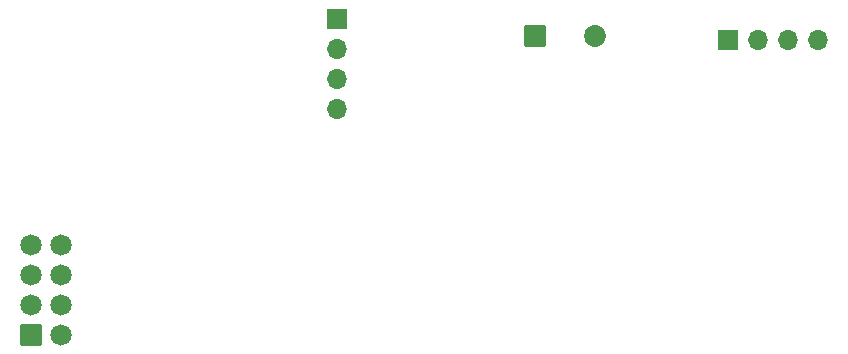
<source format=gbr>
%TF.GenerationSoftware,KiCad,Pcbnew,8.0.0*%
%TF.CreationDate,2025-02-17T23:06:34+05:30*%
%TF.ProjectId,Remote_motorcycle,52656d6f-7465-45f6-9d6f-746f72637963,rev?*%
%TF.SameCoordinates,Original*%
%TF.FileFunction,Soldermask,Bot*%
%TF.FilePolarity,Negative*%
%FSLAX46Y46*%
G04 Gerber Fmt 4.6, Leading zero omitted, Abs format (unit mm)*
G04 Created by KiCad (PCBNEW 8.0.0) date 2025-02-17 23:06:34*
%MOMM*%
%LPD*%
G01*
G04 APERTURE LIST*
G04 Aperture macros list*
%AMRoundRect*
0 Rectangle with rounded corners*
0 $1 Rounding radius*
0 $2 $3 $4 $5 $6 $7 $8 $9 X,Y pos of 4 corners*
0 Add a 4 corners polygon primitive as box body*
4,1,4,$2,$3,$4,$5,$6,$7,$8,$9,$2,$3,0*
0 Add four circle primitives for the rounded corners*
1,1,$1+$1,$2,$3*
1,1,$1+$1,$4,$5*
1,1,$1+$1,$6,$7*
1,1,$1+$1,$8,$9*
0 Add four rect primitives between the rounded corners*
20,1,$1+$1,$2,$3,$4,$5,0*
20,1,$1+$1,$4,$5,$6,$7,0*
20,1,$1+$1,$6,$7,$8,$9,0*
20,1,$1+$1,$8,$9,$2,$3,0*%
G04 Aperture macros list end*
%ADD10R,1.700000X1.700000*%
%ADD11O,1.700000X1.700000*%
%ADD12RoundRect,0.102000X-0.825000X-0.825000X0.825000X-0.825000X0.825000X0.825000X-0.825000X0.825000X0*%
%ADD13C,1.854000*%
%ADD14RoundRect,0.102000X0.802500X-0.802500X0.802500X0.802500X-0.802500X0.802500X-0.802500X-0.802500X0*%
%ADD15C,1.809000*%
G04 APERTURE END LIST*
D10*
%TO.C,J1*%
X104710000Y-99050000D03*
D11*
X104710000Y-101590000D03*
X104710000Y-104130000D03*
X104710000Y-106670000D03*
%TD*%
D10*
%TO.C,J4*%
X137775000Y-100855000D03*
D11*
X140315000Y-100855000D03*
X142855000Y-100855000D03*
X145395000Y-100855000D03*
%TD*%
D12*
%TO.C,J2*%
X121460000Y-100520000D03*
D13*
X126540000Y-100520000D03*
%TD*%
D14*
%TO.C,J3*%
X78760000Y-125820000D03*
D15*
X81300000Y-125820000D03*
X78760000Y-123280000D03*
X81300000Y-123280000D03*
X78760000Y-120740000D03*
X81300000Y-120740000D03*
X78760000Y-118200000D03*
X81300000Y-118200000D03*
%TD*%
M02*

</source>
